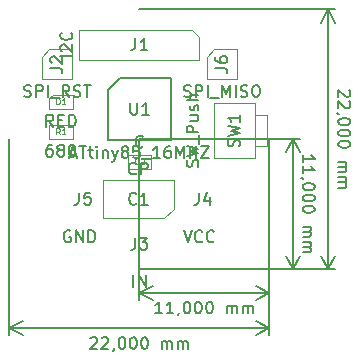
<source format=gbr>
G04 #@! TF.GenerationSoftware,KiCad,Pcbnew,(5.1.5)-3*
G04 #@! TF.CreationDate,2020-03-15T09:51:23+01:00*
G04 #@! TF.ProjectId,Capteur_Hall_I2C,43617074-6575-4725-9f48-616c6c5f4932,0.1*
G04 #@! TF.SameCoordinates,Original*
G04 #@! TF.FileFunction,Other,Fab,Top*
%FSLAX46Y46*%
G04 Gerber Fmt 4.6, Leading zero omitted, Abs format (unit mm)*
G04 Created by KiCad (PCBNEW (5.1.5)-3) date 2020-03-15 09:51:23*
%MOMM*%
%LPD*%
G04 APERTURE LIST*
%ADD10C,0.150000*%
%ADD11C,0.100000*%
%ADD12C,0.080000*%
G04 APERTURE END LIST*
D10*
X170152380Y-98727142D02*
X170200000Y-98774761D01*
X170247619Y-98870000D01*
X170247619Y-99108095D01*
X170200000Y-99203333D01*
X170152380Y-99250952D01*
X170057142Y-99298571D01*
X169961904Y-99298571D01*
X169819047Y-99250952D01*
X169247619Y-98679523D01*
X169247619Y-99298571D01*
X170152380Y-99679523D02*
X170200000Y-99727142D01*
X170247619Y-99822380D01*
X170247619Y-100060476D01*
X170200000Y-100155714D01*
X170152380Y-100203333D01*
X170057142Y-100250952D01*
X169961904Y-100250952D01*
X169819047Y-100203333D01*
X169247619Y-99631904D01*
X169247619Y-100250952D01*
X169295238Y-100727142D02*
X169247619Y-100727142D01*
X169152380Y-100679523D01*
X169104761Y-100631904D01*
X170247619Y-101346190D02*
X170247619Y-101441428D01*
X170200000Y-101536666D01*
X170152380Y-101584285D01*
X170057142Y-101631904D01*
X169866666Y-101679523D01*
X169628571Y-101679523D01*
X169438095Y-101631904D01*
X169342857Y-101584285D01*
X169295238Y-101536666D01*
X169247619Y-101441428D01*
X169247619Y-101346190D01*
X169295238Y-101250952D01*
X169342857Y-101203333D01*
X169438095Y-101155714D01*
X169628571Y-101108095D01*
X169866666Y-101108095D01*
X170057142Y-101155714D01*
X170152380Y-101203333D01*
X170200000Y-101250952D01*
X170247619Y-101346190D01*
X170247619Y-102298571D02*
X170247619Y-102393809D01*
X170200000Y-102489047D01*
X170152380Y-102536666D01*
X170057142Y-102584285D01*
X169866666Y-102631904D01*
X169628571Y-102631904D01*
X169438095Y-102584285D01*
X169342857Y-102536666D01*
X169295238Y-102489047D01*
X169247619Y-102393809D01*
X169247619Y-102298571D01*
X169295238Y-102203333D01*
X169342857Y-102155714D01*
X169438095Y-102108095D01*
X169628571Y-102060476D01*
X169866666Y-102060476D01*
X170057142Y-102108095D01*
X170152380Y-102155714D01*
X170200000Y-102203333D01*
X170247619Y-102298571D01*
X170247619Y-103250952D02*
X170247619Y-103346190D01*
X170200000Y-103441428D01*
X170152380Y-103489047D01*
X170057142Y-103536666D01*
X169866666Y-103584285D01*
X169628571Y-103584285D01*
X169438095Y-103536666D01*
X169342857Y-103489047D01*
X169295238Y-103441428D01*
X169247619Y-103346190D01*
X169247619Y-103250952D01*
X169295238Y-103155714D01*
X169342857Y-103108095D01*
X169438095Y-103060476D01*
X169628571Y-103012857D01*
X169866666Y-103012857D01*
X170057142Y-103060476D01*
X170152380Y-103108095D01*
X170200000Y-103155714D01*
X170247619Y-103250952D01*
X169247619Y-104774761D02*
X169914285Y-104774761D01*
X169819047Y-104774761D02*
X169866666Y-104822380D01*
X169914285Y-104917619D01*
X169914285Y-105060476D01*
X169866666Y-105155714D01*
X169771428Y-105203333D01*
X169247619Y-105203333D01*
X169771428Y-105203333D02*
X169866666Y-105250952D01*
X169914285Y-105346190D01*
X169914285Y-105489047D01*
X169866666Y-105584285D01*
X169771428Y-105631904D01*
X169247619Y-105631904D01*
X169247619Y-106108095D02*
X169914285Y-106108095D01*
X169819047Y-106108095D02*
X169866666Y-106155714D01*
X169914285Y-106250952D01*
X169914285Y-106393809D01*
X169866666Y-106489047D01*
X169771428Y-106536666D01*
X169247619Y-106536666D01*
X169771428Y-106536666D02*
X169866666Y-106584285D01*
X169914285Y-106679523D01*
X169914285Y-106822380D01*
X169866666Y-106917619D01*
X169771428Y-106965238D01*
X169247619Y-106965238D01*
X168400000Y-91870000D02*
X168400000Y-113870000D01*
X152400000Y-91870000D02*
X168986421Y-91870000D01*
X152400000Y-113870000D02*
X168986421Y-113870000D01*
X168400000Y-113870000D02*
X167813579Y-112743496D01*
X168400000Y-113870000D02*
X168986421Y-112743496D01*
X168400000Y-91870000D02*
X167813579Y-92996504D01*
X168400000Y-91870000D02*
X168986421Y-92996504D01*
X166247619Y-104798571D02*
X166247619Y-104227142D01*
X166247619Y-104512857D02*
X167247619Y-104512857D01*
X167104761Y-104417619D01*
X167009523Y-104322380D01*
X166961904Y-104227142D01*
X166247619Y-105750952D02*
X166247619Y-105179523D01*
X166247619Y-105465238D02*
X167247619Y-105465238D01*
X167104761Y-105370000D01*
X167009523Y-105274761D01*
X166961904Y-105179523D01*
X166295238Y-106227142D02*
X166247619Y-106227142D01*
X166152380Y-106179523D01*
X166104761Y-106131904D01*
X167247619Y-106846190D02*
X167247619Y-106941428D01*
X167200000Y-107036666D01*
X167152380Y-107084285D01*
X167057142Y-107131904D01*
X166866666Y-107179523D01*
X166628571Y-107179523D01*
X166438095Y-107131904D01*
X166342857Y-107084285D01*
X166295238Y-107036666D01*
X166247619Y-106941428D01*
X166247619Y-106846190D01*
X166295238Y-106750952D01*
X166342857Y-106703333D01*
X166438095Y-106655714D01*
X166628571Y-106608095D01*
X166866666Y-106608095D01*
X167057142Y-106655714D01*
X167152380Y-106703333D01*
X167200000Y-106750952D01*
X167247619Y-106846190D01*
X167247619Y-107798571D02*
X167247619Y-107893809D01*
X167200000Y-107989047D01*
X167152380Y-108036666D01*
X167057142Y-108084285D01*
X166866666Y-108131904D01*
X166628571Y-108131904D01*
X166438095Y-108084285D01*
X166342857Y-108036666D01*
X166295238Y-107989047D01*
X166247619Y-107893809D01*
X166247619Y-107798571D01*
X166295238Y-107703333D01*
X166342857Y-107655714D01*
X166438095Y-107608095D01*
X166628571Y-107560476D01*
X166866666Y-107560476D01*
X167057142Y-107608095D01*
X167152380Y-107655714D01*
X167200000Y-107703333D01*
X167247619Y-107798571D01*
X167247619Y-108750952D02*
X167247619Y-108846190D01*
X167200000Y-108941428D01*
X167152380Y-108989047D01*
X167057142Y-109036666D01*
X166866666Y-109084285D01*
X166628571Y-109084285D01*
X166438095Y-109036666D01*
X166342857Y-108989047D01*
X166295238Y-108941428D01*
X166247619Y-108846190D01*
X166247619Y-108750952D01*
X166295238Y-108655714D01*
X166342857Y-108608095D01*
X166438095Y-108560476D01*
X166628571Y-108512857D01*
X166866666Y-108512857D01*
X167057142Y-108560476D01*
X167152380Y-108608095D01*
X167200000Y-108655714D01*
X167247619Y-108750952D01*
X166247619Y-110274761D02*
X166914285Y-110274761D01*
X166819047Y-110274761D02*
X166866666Y-110322380D01*
X166914285Y-110417619D01*
X166914285Y-110560476D01*
X166866666Y-110655714D01*
X166771428Y-110703333D01*
X166247619Y-110703333D01*
X166771428Y-110703333D02*
X166866666Y-110750952D01*
X166914285Y-110846190D01*
X166914285Y-110989047D01*
X166866666Y-111084285D01*
X166771428Y-111131904D01*
X166247619Y-111131904D01*
X166247619Y-111608095D02*
X166914285Y-111608095D01*
X166819047Y-111608095D02*
X166866666Y-111655714D01*
X166914285Y-111750952D01*
X166914285Y-111893809D01*
X166866666Y-111989047D01*
X166771428Y-112036666D01*
X166247619Y-112036666D01*
X166771428Y-112036666D02*
X166866666Y-112084285D01*
X166914285Y-112179523D01*
X166914285Y-112322380D01*
X166866666Y-112417619D01*
X166771428Y-112465238D01*
X166247619Y-112465238D01*
X165400000Y-102870000D02*
X165400000Y-113870000D01*
X152400000Y-102870000D02*
X165986421Y-102870000D01*
X152400000Y-113870000D02*
X165986421Y-113870000D01*
X165400000Y-113870000D02*
X164813579Y-112743496D01*
X165400000Y-113870000D02*
X165986421Y-112743496D01*
X165400000Y-102870000D02*
X164813579Y-103996504D01*
X165400000Y-102870000D02*
X165986421Y-103996504D01*
X148257142Y-119717619D02*
X148304761Y-119670000D01*
X148400000Y-119622380D01*
X148638095Y-119622380D01*
X148733333Y-119670000D01*
X148780952Y-119717619D01*
X148828571Y-119812857D01*
X148828571Y-119908095D01*
X148780952Y-120050952D01*
X148209523Y-120622380D01*
X148828571Y-120622380D01*
X149209523Y-119717619D02*
X149257142Y-119670000D01*
X149352380Y-119622380D01*
X149590476Y-119622380D01*
X149685714Y-119670000D01*
X149733333Y-119717619D01*
X149780952Y-119812857D01*
X149780952Y-119908095D01*
X149733333Y-120050952D01*
X149161904Y-120622380D01*
X149780952Y-120622380D01*
X150257142Y-120574761D02*
X150257142Y-120622380D01*
X150209523Y-120717619D01*
X150161904Y-120765238D01*
X150876190Y-119622380D02*
X150971428Y-119622380D01*
X151066666Y-119670000D01*
X151114285Y-119717619D01*
X151161904Y-119812857D01*
X151209523Y-120003333D01*
X151209523Y-120241428D01*
X151161904Y-120431904D01*
X151114285Y-120527142D01*
X151066666Y-120574761D01*
X150971428Y-120622380D01*
X150876190Y-120622380D01*
X150780952Y-120574761D01*
X150733333Y-120527142D01*
X150685714Y-120431904D01*
X150638095Y-120241428D01*
X150638095Y-120003333D01*
X150685714Y-119812857D01*
X150733333Y-119717619D01*
X150780952Y-119670000D01*
X150876190Y-119622380D01*
X151828571Y-119622380D02*
X151923809Y-119622380D01*
X152019047Y-119670000D01*
X152066666Y-119717619D01*
X152114285Y-119812857D01*
X152161904Y-120003333D01*
X152161904Y-120241428D01*
X152114285Y-120431904D01*
X152066666Y-120527142D01*
X152019047Y-120574761D01*
X151923809Y-120622380D01*
X151828571Y-120622380D01*
X151733333Y-120574761D01*
X151685714Y-120527142D01*
X151638095Y-120431904D01*
X151590476Y-120241428D01*
X151590476Y-120003333D01*
X151638095Y-119812857D01*
X151685714Y-119717619D01*
X151733333Y-119670000D01*
X151828571Y-119622380D01*
X152780952Y-119622380D02*
X152876190Y-119622380D01*
X152971428Y-119670000D01*
X153019047Y-119717619D01*
X153066666Y-119812857D01*
X153114285Y-120003333D01*
X153114285Y-120241428D01*
X153066666Y-120431904D01*
X153019047Y-120527142D01*
X152971428Y-120574761D01*
X152876190Y-120622380D01*
X152780952Y-120622380D01*
X152685714Y-120574761D01*
X152638095Y-120527142D01*
X152590476Y-120431904D01*
X152542857Y-120241428D01*
X152542857Y-120003333D01*
X152590476Y-119812857D01*
X152638095Y-119717619D01*
X152685714Y-119670000D01*
X152780952Y-119622380D01*
X154304761Y-120622380D02*
X154304761Y-119955714D01*
X154304761Y-120050952D02*
X154352380Y-120003333D01*
X154447619Y-119955714D01*
X154590476Y-119955714D01*
X154685714Y-120003333D01*
X154733333Y-120098571D01*
X154733333Y-120622380D01*
X154733333Y-120098571D02*
X154780952Y-120003333D01*
X154876190Y-119955714D01*
X155019047Y-119955714D01*
X155114285Y-120003333D01*
X155161904Y-120098571D01*
X155161904Y-120622380D01*
X155638095Y-120622380D02*
X155638095Y-119955714D01*
X155638095Y-120050952D02*
X155685714Y-120003333D01*
X155780952Y-119955714D01*
X155923809Y-119955714D01*
X156019047Y-120003333D01*
X156066666Y-120098571D01*
X156066666Y-120622380D01*
X156066666Y-120098571D02*
X156114285Y-120003333D01*
X156209523Y-119955714D01*
X156352380Y-119955714D01*
X156447619Y-120003333D01*
X156495238Y-120098571D01*
X156495238Y-120622380D01*
X141400000Y-118870000D02*
X163400000Y-118870000D01*
X141400000Y-102870000D02*
X141400000Y-119456421D01*
X163400000Y-102870000D02*
X163400000Y-119456421D01*
X163400000Y-118870000D02*
X162273496Y-119456421D01*
X163400000Y-118870000D02*
X162273496Y-118283579D01*
X141400000Y-118870000D02*
X142526504Y-119456421D01*
X141400000Y-118870000D02*
X142526504Y-118283579D01*
X154328571Y-117622380D02*
X153757142Y-117622380D01*
X154042857Y-117622380D02*
X154042857Y-116622380D01*
X153947619Y-116765238D01*
X153852380Y-116860476D01*
X153757142Y-116908095D01*
X155280952Y-117622380D02*
X154709523Y-117622380D01*
X154995238Y-117622380D02*
X154995238Y-116622380D01*
X154900000Y-116765238D01*
X154804761Y-116860476D01*
X154709523Y-116908095D01*
X155757142Y-117574761D02*
X155757142Y-117622380D01*
X155709523Y-117717619D01*
X155661904Y-117765238D01*
X156376190Y-116622380D02*
X156471428Y-116622380D01*
X156566666Y-116670000D01*
X156614285Y-116717619D01*
X156661904Y-116812857D01*
X156709523Y-117003333D01*
X156709523Y-117241428D01*
X156661904Y-117431904D01*
X156614285Y-117527142D01*
X156566666Y-117574761D01*
X156471428Y-117622380D01*
X156376190Y-117622380D01*
X156280952Y-117574761D01*
X156233333Y-117527142D01*
X156185714Y-117431904D01*
X156138095Y-117241428D01*
X156138095Y-117003333D01*
X156185714Y-116812857D01*
X156233333Y-116717619D01*
X156280952Y-116670000D01*
X156376190Y-116622380D01*
X157328571Y-116622380D02*
X157423809Y-116622380D01*
X157519047Y-116670000D01*
X157566666Y-116717619D01*
X157614285Y-116812857D01*
X157661904Y-117003333D01*
X157661904Y-117241428D01*
X157614285Y-117431904D01*
X157566666Y-117527142D01*
X157519047Y-117574761D01*
X157423809Y-117622380D01*
X157328571Y-117622380D01*
X157233333Y-117574761D01*
X157185714Y-117527142D01*
X157138095Y-117431904D01*
X157090476Y-117241428D01*
X157090476Y-117003333D01*
X157138095Y-116812857D01*
X157185714Y-116717619D01*
X157233333Y-116670000D01*
X157328571Y-116622380D01*
X158280952Y-116622380D02*
X158376190Y-116622380D01*
X158471428Y-116670000D01*
X158519047Y-116717619D01*
X158566666Y-116812857D01*
X158614285Y-117003333D01*
X158614285Y-117241428D01*
X158566666Y-117431904D01*
X158519047Y-117527142D01*
X158471428Y-117574761D01*
X158376190Y-117622380D01*
X158280952Y-117622380D01*
X158185714Y-117574761D01*
X158138095Y-117527142D01*
X158090476Y-117431904D01*
X158042857Y-117241428D01*
X158042857Y-117003333D01*
X158090476Y-116812857D01*
X158138095Y-116717619D01*
X158185714Y-116670000D01*
X158280952Y-116622380D01*
X159804761Y-117622380D02*
X159804761Y-116955714D01*
X159804761Y-117050952D02*
X159852380Y-117003333D01*
X159947619Y-116955714D01*
X160090476Y-116955714D01*
X160185714Y-117003333D01*
X160233333Y-117098571D01*
X160233333Y-117622380D01*
X160233333Y-117098571D02*
X160280952Y-117003333D01*
X160376190Y-116955714D01*
X160519047Y-116955714D01*
X160614285Y-117003333D01*
X160661904Y-117098571D01*
X160661904Y-117622380D01*
X161138095Y-117622380D02*
X161138095Y-116955714D01*
X161138095Y-117050952D02*
X161185714Y-117003333D01*
X161280952Y-116955714D01*
X161423809Y-116955714D01*
X161519047Y-117003333D01*
X161566666Y-117098571D01*
X161566666Y-117622380D01*
X161566666Y-117098571D02*
X161614285Y-117003333D01*
X161709523Y-116955714D01*
X161852380Y-116955714D01*
X161947619Y-117003333D01*
X161995238Y-117098571D01*
X161995238Y-117622380D01*
X152400000Y-115870000D02*
X163400000Y-115870000D01*
X152400000Y-102870000D02*
X152400000Y-116456421D01*
X163400000Y-102870000D02*
X163400000Y-116456421D01*
X163400000Y-115870000D02*
X162273496Y-116456421D01*
X163400000Y-115870000D02*
X162273496Y-115283579D01*
X152400000Y-115870000D02*
X153526504Y-116456421D01*
X152400000Y-115870000D02*
X153526504Y-115283579D01*
D11*
X149322500Y-109550000D02*
X154522500Y-109550000D01*
X154522500Y-109550000D02*
X155322500Y-108750000D01*
X155322500Y-108750000D02*
X155322500Y-106350000D01*
X155322500Y-106350000D02*
X149322500Y-106350000D01*
X149322500Y-106350000D02*
X149322500Y-109550000D01*
X153400000Y-104175000D02*
X153400000Y-105375000D01*
X153400000Y-105375000D02*
X151400000Y-105375000D01*
X151400000Y-105375000D02*
X151400000Y-104175000D01*
X151400000Y-104175000D02*
X153400000Y-104175000D01*
X146747500Y-99095000D02*
X145047500Y-99095000D01*
X145047500Y-99095000D02*
X144747500Y-99395000D01*
X144747500Y-99395000D02*
X144747500Y-100295000D01*
X144747500Y-100295000D02*
X146747500Y-100295000D01*
X146747500Y-100295000D02*
X146747500Y-99095000D01*
X157480000Y-94235000D02*
X157480000Y-96140000D01*
X157480000Y-96140000D02*
X147320000Y-96140000D01*
X147320000Y-96140000D02*
X147320000Y-93600000D01*
X147320000Y-93600000D02*
X156845000Y-93600000D01*
X156845000Y-93600000D02*
X157480000Y-94235000D01*
X144747500Y-102835000D02*
X144747500Y-101635000D01*
X144747500Y-101635000D02*
X146747500Y-101635000D01*
X146747500Y-101635000D02*
X146747500Y-102835000D01*
X146747500Y-102835000D02*
X144747500Y-102835000D01*
D10*
X150750000Y-97680000D02*
X155050000Y-97680000D01*
X155050000Y-97680000D02*
X155050000Y-102980000D01*
X155050000Y-102980000D02*
X149750000Y-102980000D01*
X149750000Y-102980000D02*
X149750000Y-98680000D01*
X149750000Y-98680000D02*
X150750000Y-97680000D01*
D11*
X144780000Y-95250000D02*
X146685000Y-95250000D01*
X146685000Y-95250000D02*
X146685000Y-97790000D01*
X146685000Y-97790000D02*
X144145000Y-97790000D01*
X144145000Y-97790000D02*
X144145000Y-95885000D01*
X144145000Y-95885000D02*
X144780000Y-95250000D01*
X163190000Y-100850000D02*
X162190000Y-100850000D01*
X163190000Y-103450000D02*
X162190000Y-103450000D01*
X163190000Y-103450000D02*
X163190000Y-100850000D01*
X158690000Y-104500000D02*
X162190000Y-104500000D01*
X158690000Y-99800000D02*
X162190000Y-99800000D01*
X162190000Y-104500000D02*
X162190000Y-99800000D01*
X158690000Y-104500000D02*
X158690000Y-99800000D01*
X158750000Y-95250000D02*
X160655000Y-95250000D01*
X160655000Y-95250000D02*
X160655000Y-97790000D01*
X160655000Y-97790000D02*
X158115000Y-97790000D01*
X158115000Y-97790000D02*
X158115000Y-95885000D01*
X158115000Y-95885000D02*
X158750000Y-95250000D01*
D10*
X151876190Y-115412380D02*
X151876190Y-114412380D01*
X152352380Y-115412380D02*
X152352380Y-114412380D01*
X152923809Y-115412380D01*
X152923809Y-114412380D01*
X152066666Y-111212380D02*
X152066666Y-111926666D01*
X152019047Y-112069523D01*
X151923809Y-112164761D01*
X151780952Y-112212380D01*
X151685714Y-112212380D01*
X152447619Y-111212380D02*
X153066666Y-111212380D01*
X152733333Y-111593333D01*
X152876190Y-111593333D01*
X152971428Y-111640952D01*
X153019047Y-111688571D01*
X153066666Y-111783809D01*
X153066666Y-112021904D01*
X153019047Y-112117142D01*
X152971428Y-112164761D01*
X152876190Y-112212380D01*
X152590476Y-112212380D01*
X152495238Y-112164761D01*
X152447619Y-112117142D01*
X156146666Y-110602380D02*
X156480000Y-111602380D01*
X156813333Y-110602380D01*
X157718095Y-111507142D02*
X157670476Y-111554761D01*
X157527619Y-111602380D01*
X157432380Y-111602380D01*
X157289523Y-111554761D01*
X157194285Y-111459523D01*
X157146666Y-111364285D01*
X157099047Y-111173809D01*
X157099047Y-111030952D01*
X157146666Y-110840476D01*
X157194285Y-110745238D01*
X157289523Y-110650000D01*
X157432380Y-110602380D01*
X157527619Y-110602380D01*
X157670476Y-110650000D01*
X157718095Y-110697619D01*
X158718095Y-111507142D02*
X158670476Y-111554761D01*
X158527619Y-111602380D01*
X158432380Y-111602380D01*
X158289523Y-111554761D01*
X158194285Y-111459523D01*
X158146666Y-111364285D01*
X158099047Y-111173809D01*
X158099047Y-111030952D01*
X158146666Y-110840476D01*
X158194285Y-110745238D01*
X158289523Y-110650000D01*
X158432380Y-110602380D01*
X158527619Y-110602380D01*
X158670476Y-110650000D01*
X158718095Y-110697619D01*
X157446666Y-107402380D02*
X157446666Y-108116666D01*
X157399047Y-108259523D01*
X157303809Y-108354761D01*
X157160952Y-108402380D01*
X157065714Y-108402380D01*
X158351428Y-107735714D02*
X158351428Y-108402380D01*
X158113333Y-107354761D02*
X157875238Y-108069047D01*
X158494285Y-108069047D01*
X146558095Y-110650000D02*
X146462857Y-110602380D01*
X146320000Y-110602380D01*
X146177142Y-110650000D01*
X146081904Y-110745238D01*
X146034285Y-110840476D01*
X145986666Y-111030952D01*
X145986666Y-111173809D01*
X146034285Y-111364285D01*
X146081904Y-111459523D01*
X146177142Y-111554761D01*
X146320000Y-111602380D01*
X146415238Y-111602380D01*
X146558095Y-111554761D01*
X146605714Y-111507142D01*
X146605714Y-111173809D01*
X146415238Y-111173809D01*
X147034285Y-111602380D02*
X147034285Y-110602380D01*
X147605714Y-111602380D01*
X147605714Y-110602380D01*
X148081904Y-111602380D02*
X148081904Y-110602380D01*
X148320000Y-110602380D01*
X148462857Y-110650000D01*
X148558095Y-110745238D01*
X148605714Y-110840476D01*
X148653333Y-111030952D01*
X148653333Y-111173809D01*
X148605714Y-111364285D01*
X148558095Y-111459523D01*
X148462857Y-111554761D01*
X148320000Y-111602380D01*
X148081904Y-111602380D01*
X147286666Y-107402380D02*
X147286666Y-108116666D01*
X147239047Y-108259523D01*
X147143809Y-108354761D01*
X147000952Y-108402380D01*
X146905714Y-108402380D01*
X148239047Y-107402380D02*
X147762857Y-107402380D01*
X147715238Y-107878571D01*
X147762857Y-107830952D01*
X147858095Y-107783333D01*
X148096190Y-107783333D01*
X148191428Y-107830952D01*
X148239047Y-107878571D01*
X148286666Y-107973809D01*
X148286666Y-108211904D01*
X148239047Y-108307142D01*
X148191428Y-108354761D01*
X148096190Y-108402380D01*
X147858095Y-108402380D01*
X147762857Y-108354761D01*
X147715238Y-108307142D01*
X152132023Y-105757142D02*
X152084404Y-105804761D01*
X151941547Y-105852380D01*
X151846309Y-105852380D01*
X151703452Y-105804761D01*
X151608214Y-105709523D01*
X151560595Y-105614285D01*
X151512976Y-105423809D01*
X151512976Y-105280952D01*
X151560595Y-105090476D01*
X151608214Y-104995238D01*
X151703452Y-104900000D01*
X151846309Y-104852380D01*
X151941547Y-104852380D01*
X152084404Y-104900000D01*
X152132023Y-104947619D01*
X152560595Y-105852380D02*
X152560595Y-104852380D01*
X152941547Y-104852380D01*
X153036785Y-104900000D01*
X153084404Y-104947619D01*
X153132023Y-105042857D01*
X153132023Y-105185714D01*
X153084404Y-105280952D01*
X153036785Y-105328571D01*
X152941547Y-105376190D01*
X152560595Y-105376190D01*
X152155833Y-108307142D02*
X152108214Y-108354761D01*
X151965357Y-108402380D01*
X151870119Y-108402380D01*
X151727261Y-108354761D01*
X151632023Y-108259523D01*
X151584404Y-108164285D01*
X151536785Y-107973809D01*
X151536785Y-107830952D01*
X151584404Y-107640476D01*
X151632023Y-107545238D01*
X151727261Y-107450000D01*
X151870119Y-107402380D01*
X151965357Y-107402380D01*
X152108214Y-107450000D01*
X152155833Y-107497619D01*
X153108214Y-108402380D02*
X152536785Y-108402380D01*
X152822500Y-108402380D02*
X152822500Y-107402380D01*
X152727261Y-107545238D01*
X152632023Y-107640476D01*
X152536785Y-107688095D01*
X152709523Y-103482142D02*
X152661904Y-103529761D01*
X152519047Y-103577380D01*
X152423809Y-103577380D01*
X152280952Y-103529761D01*
X152185714Y-103434523D01*
X152138095Y-103339285D01*
X152090476Y-103148809D01*
X152090476Y-103005952D01*
X152138095Y-102815476D01*
X152185714Y-102720238D01*
X152280952Y-102625000D01*
X152423809Y-102577380D01*
X152519047Y-102577380D01*
X152661904Y-102625000D01*
X152709523Y-102672619D01*
D12*
X152316666Y-104953571D02*
X152292857Y-104977380D01*
X152221428Y-105001190D01*
X152173809Y-105001190D01*
X152102380Y-104977380D01*
X152054761Y-104929761D01*
X152030952Y-104882142D01*
X152007142Y-104786904D01*
X152007142Y-104715476D01*
X152030952Y-104620238D01*
X152054761Y-104572619D01*
X152102380Y-104525000D01*
X152173809Y-104501190D01*
X152221428Y-104501190D01*
X152292857Y-104525000D01*
X152316666Y-104548809D01*
X152507142Y-104548809D02*
X152530952Y-104525000D01*
X152578571Y-104501190D01*
X152697619Y-104501190D01*
X152745238Y-104525000D01*
X152769047Y-104548809D01*
X152792857Y-104596428D01*
X152792857Y-104644047D01*
X152769047Y-104715476D01*
X152483333Y-105001190D01*
X152792857Y-105001190D01*
D10*
X145104642Y-101797380D02*
X144771309Y-101321190D01*
X144533214Y-101797380D02*
X144533214Y-100797380D01*
X144914166Y-100797380D01*
X145009404Y-100845000D01*
X145057023Y-100892619D01*
X145104642Y-100987857D01*
X145104642Y-101130714D01*
X145057023Y-101225952D01*
X145009404Y-101273571D01*
X144914166Y-101321190D01*
X144533214Y-101321190D01*
X145533214Y-101273571D02*
X145866547Y-101273571D01*
X146009404Y-101797380D02*
X145533214Y-101797380D01*
X145533214Y-100797380D01*
X146009404Y-100797380D01*
X146437976Y-101797380D02*
X146437976Y-100797380D01*
X146676071Y-100797380D01*
X146818928Y-100845000D01*
X146914166Y-100940238D01*
X146961785Y-101035476D01*
X147009404Y-101225952D01*
X147009404Y-101368809D01*
X146961785Y-101559285D01*
X146914166Y-101654523D01*
X146818928Y-101749761D01*
X146676071Y-101797380D01*
X146437976Y-101797380D01*
D12*
X145378452Y-99921190D02*
X145378452Y-99421190D01*
X145497500Y-99421190D01*
X145568928Y-99445000D01*
X145616547Y-99492619D01*
X145640357Y-99540238D01*
X145664166Y-99635476D01*
X145664166Y-99706904D01*
X145640357Y-99802142D01*
X145616547Y-99849761D01*
X145568928Y-99897380D01*
X145497500Y-99921190D01*
X145378452Y-99921190D01*
X146140357Y-99921190D02*
X145854642Y-99921190D01*
X145997500Y-99921190D02*
X145997500Y-99421190D01*
X145949880Y-99492619D01*
X145902261Y-99540238D01*
X145854642Y-99564047D01*
D10*
X146712380Y-95846190D02*
X145712380Y-95846190D01*
X145807619Y-95417619D02*
X145760000Y-95370000D01*
X145712380Y-95274761D01*
X145712380Y-95036666D01*
X145760000Y-94941428D01*
X145807619Y-94893809D01*
X145902857Y-94846190D01*
X145998095Y-94846190D01*
X146140952Y-94893809D01*
X146712380Y-95465238D01*
X146712380Y-94846190D01*
X146617142Y-93846190D02*
X146664761Y-93893809D01*
X146712380Y-94036666D01*
X146712380Y-94131904D01*
X146664761Y-94274761D01*
X146569523Y-94370000D01*
X146474285Y-94417619D01*
X146283809Y-94465238D01*
X146140952Y-94465238D01*
X145950476Y-94417619D01*
X145855238Y-94370000D01*
X145760000Y-94274761D01*
X145712380Y-94131904D01*
X145712380Y-94036666D01*
X145760000Y-93893809D01*
X145807619Y-93846190D01*
X152066666Y-94322380D02*
X152066666Y-95036666D01*
X152019047Y-95179523D01*
X151923809Y-95274761D01*
X151780952Y-95322380D01*
X151685714Y-95322380D01*
X153066666Y-95322380D02*
X152495238Y-95322380D01*
X152780952Y-95322380D02*
X152780952Y-94322380D01*
X152685714Y-94465238D01*
X152590476Y-94560476D01*
X152495238Y-94608095D01*
X144985595Y-103337380D02*
X144795119Y-103337380D01*
X144699880Y-103385000D01*
X144652261Y-103432619D01*
X144557023Y-103575476D01*
X144509404Y-103765952D01*
X144509404Y-104146904D01*
X144557023Y-104242142D01*
X144604642Y-104289761D01*
X144699880Y-104337380D01*
X144890357Y-104337380D01*
X144985595Y-104289761D01*
X145033214Y-104242142D01*
X145080833Y-104146904D01*
X145080833Y-103908809D01*
X145033214Y-103813571D01*
X144985595Y-103765952D01*
X144890357Y-103718333D01*
X144699880Y-103718333D01*
X144604642Y-103765952D01*
X144557023Y-103813571D01*
X144509404Y-103908809D01*
X145652261Y-103765952D02*
X145557023Y-103718333D01*
X145509404Y-103670714D01*
X145461785Y-103575476D01*
X145461785Y-103527857D01*
X145509404Y-103432619D01*
X145557023Y-103385000D01*
X145652261Y-103337380D01*
X145842738Y-103337380D01*
X145937976Y-103385000D01*
X145985595Y-103432619D01*
X146033214Y-103527857D01*
X146033214Y-103575476D01*
X145985595Y-103670714D01*
X145937976Y-103718333D01*
X145842738Y-103765952D01*
X145652261Y-103765952D01*
X145557023Y-103813571D01*
X145509404Y-103861190D01*
X145461785Y-103956428D01*
X145461785Y-104146904D01*
X145509404Y-104242142D01*
X145557023Y-104289761D01*
X145652261Y-104337380D01*
X145842738Y-104337380D01*
X145937976Y-104289761D01*
X145985595Y-104242142D01*
X146033214Y-104146904D01*
X146033214Y-103956428D01*
X145985595Y-103861190D01*
X145937976Y-103813571D01*
X145842738Y-103765952D01*
X146652261Y-103337380D02*
X146747500Y-103337380D01*
X146842738Y-103385000D01*
X146890357Y-103432619D01*
X146937976Y-103527857D01*
X146985595Y-103718333D01*
X146985595Y-103956428D01*
X146937976Y-104146904D01*
X146890357Y-104242142D01*
X146842738Y-104289761D01*
X146747500Y-104337380D01*
X146652261Y-104337380D01*
X146557023Y-104289761D01*
X146509404Y-104242142D01*
X146461785Y-104146904D01*
X146414166Y-103956428D01*
X146414166Y-103718333D01*
X146461785Y-103527857D01*
X146509404Y-103432619D01*
X146557023Y-103385000D01*
X146652261Y-103337380D01*
D12*
X145664166Y-102461190D02*
X145497500Y-102223095D01*
X145378452Y-102461190D02*
X145378452Y-101961190D01*
X145568928Y-101961190D01*
X145616547Y-101985000D01*
X145640357Y-102008809D01*
X145664166Y-102056428D01*
X145664166Y-102127857D01*
X145640357Y-102175476D01*
X145616547Y-102199285D01*
X145568928Y-102223095D01*
X145378452Y-102223095D01*
X146140357Y-102461190D02*
X145854642Y-102461190D01*
X145997500Y-102461190D02*
X145997500Y-101961190D01*
X145949880Y-102032619D01*
X145902261Y-102080238D01*
X145854642Y-102104047D01*
D10*
X146566666Y-104176666D02*
X147042857Y-104176666D01*
X146471428Y-104462380D02*
X146804761Y-103462380D01*
X147138095Y-104462380D01*
X147328571Y-103462380D02*
X147900000Y-103462380D01*
X147614285Y-104462380D02*
X147614285Y-103462380D01*
X148090476Y-103795714D02*
X148471428Y-103795714D01*
X148233333Y-103462380D02*
X148233333Y-104319523D01*
X148280952Y-104414761D01*
X148376190Y-104462380D01*
X148471428Y-104462380D01*
X148804761Y-104462380D02*
X148804761Y-103795714D01*
X148804761Y-103462380D02*
X148757142Y-103510000D01*
X148804761Y-103557619D01*
X148852380Y-103510000D01*
X148804761Y-103462380D01*
X148804761Y-103557619D01*
X149280952Y-103795714D02*
X149280952Y-104462380D01*
X149280952Y-103890952D02*
X149328571Y-103843333D01*
X149423809Y-103795714D01*
X149566666Y-103795714D01*
X149661904Y-103843333D01*
X149709523Y-103938571D01*
X149709523Y-104462380D01*
X150090476Y-103795714D02*
X150328571Y-104462380D01*
X150566666Y-103795714D02*
X150328571Y-104462380D01*
X150233333Y-104700476D01*
X150185714Y-104748095D01*
X150090476Y-104795714D01*
X151090476Y-103890952D02*
X150995238Y-103843333D01*
X150947619Y-103795714D01*
X150900000Y-103700476D01*
X150900000Y-103652857D01*
X150947619Y-103557619D01*
X150995238Y-103510000D01*
X151090476Y-103462380D01*
X151280952Y-103462380D01*
X151376190Y-103510000D01*
X151423809Y-103557619D01*
X151471428Y-103652857D01*
X151471428Y-103700476D01*
X151423809Y-103795714D01*
X151376190Y-103843333D01*
X151280952Y-103890952D01*
X151090476Y-103890952D01*
X150995238Y-103938571D01*
X150947619Y-103986190D01*
X150900000Y-104081428D01*
X150900000Y-104271904D01*
X150947619Y-104367142D01*
X150995238Y-104414761D01*
X151090476Y-104462380D01*
X151280952Y-104462380D01*
X151376190Y-104414761D01*
X151423809Y-104367142D01*
X151471428Y-104271904D01*
X151471428Y-104081428D01*
X151423809Y-103986190D01*
X151376190Y-103938571D01*
X151280952Y-103890952D01*
X152376190Y-103462380D02*
X151900000Y-103462380D01*
X151852380Y-103938571D01*
X151900000Y-103890952D01*
X151995238Y-103843333D01*
X152233333Y-103843333D01*
X152328571Y-103890952D01*
X152376190Y-103938571D01*
X152423809Y-104033809D01*
X152423809Y-104271904D01*
X152376190Y-104367142D01*
X152328571Y-104414761D01*
X152233333Y-104462380D01*
X151995238Y-104462380D01*
X151900000Y-104414761D01*
X151852380Y-104367142D01*
X152614285Y-104557619D02*
X153376190Y-104557619D01*
X154138095Y-104462380D02*
X153566666Y-104462380D01*
X153852380Y-104462380D02*
X153852380Y-103462380D01*
X153757142Y-103605238D01*
X153661904Y-103700476D01*
X153566666Y-103748095D01*
X154995238Y-103462380D02*
X154804761Y-103462380D01*
X154709523Y-103510000D01*
X154661904Y-103557619D01*
X154566666Y-103700476D01*
X154519047Y-103890952D01*
X154519047Y-104271904D01*
X154566666Y-104367142D01*
X154614285Y-104414761D01*
X154709523Y-104462380D01*
X154900000Y-104462380D01*
X154995238Y-104414761D01*
X155042857Y-104367142D01*
X155090476Y-104271904D01*
X155090476Y-104033809D01*
X155042857Y-103938571D01*
X154995238Y-103890952D01*
X154900000Y-103843333D01*
X154709523Y-103843333D01*
X154614285Y-103890952D01*
X154566666Y-103938571D01*
X154519047Y-104033809D01*
X155519047Y-104462380D02*
X155519047Y-103462380D01*
X155852380Y-104176666D01*
X156185714Y-103462380D01*
X156185714Y-104462380D01*
X156661904Y-104462380D02*
X156661904Y-103462380D01*
X156661904Y-103938571D02*
X157233333Y-103938571D01*
X157233333Y-104462380D02*
X157233333Y-103462380D01*
X157614285Y-103462380D02*
X158280952Y-103462380D01*
X157614285Y-104462380D01*
X158280952Y-104462380D01*
X151638095Y-99782380D02*
X151638095Y-100591904D01*
X151685714Y-100687142D01*
X151733333Y-100734761D01*
X151828571Y-100782380D01*
X152019047Y-100782380D01*
X152114285Y-100734761D01*
X152161904Y-100687142D01*
X152209523Y-100591904D01*
X152209523Y-99782380D01*
X153209523Y-100782380D02*
X152638095Y-100782380D01*
X152923809Y-100782380D02*
X152923809Y-99782380D01*
X152828571Y-99925238D01*
X152733333Y-100020476D01*
X152638095Y-100068095D01*
X142653095Y-99254761D02*
X142795952Y-99302380D01*
X143034047Y-99302380D01*
X143129285Y-99254761D01*
X143176904Y-99207142D01*
X143224523Y-99111904D01*
X143224523Y-99016666D01*
X143176904Y-98921428D01*
X143129285Y-98873809D01*
X143034047Y-98826190D01*
X142843571Y-98778571D01*
X142748333Y-98730952D01*
X142700714Y-98683333D01*
X142653095Y-98588095D01*
X142653095Y-98492857D01*
X142700714Y-98397619D01*
X142748333Y-98350000D01*
X142843571Y-98302380D01*
X143081666Y-98302380D01*
X143224523Y-98350000D01*
X143653095Y-99302380D02*
X143653095Y-98302380D01*
X144034047Y-98302380D01*
X144129285Y-98350000D01*
X144176904Y-98397619D01*
X144224523Y-98492857D01*
X144224523Y-98635714D01*
X144176904Y-98730952D01*
X144129285Y-98778571D01*
X144034047Y-98826190D01*
X143653095Y-98826190D01*
X144653095Y-99302380D02*
X144653095Y-98302380D01*
X144891190Y-99397619D02*
X145653095Y-99397619D01*
X146462619Y-99302380D02*
X146129285Y-98826190D01*
X145891190Y-99302380D02*
X145891190Y-98302380D01*
X146272142Y-98302380D01*
X146367380Y-98350000D01*
X146415000Y-98397619D01*
X146462619Y-98492857D01*
X146462619Y-98635714D01*
X146415000Y-98730952D01*
X146367380Y-98778571D01*
X146272142Y-98826190D01*
X145891190Y-98826190D01*
X146843571Y-99254761D02*
X146986428Y-99302380D01*
X147224523Y-99302380D01*
X147319761Y-99254761D01*
X147367380Y-99207142D01*
X147415000Y-99111904D01*
X147415000Y-99016666D01*
X147367380Y-98921428D01*
X147319761Y-98873809D01*
X147224523Y-98826190D01*
X147034047Y-98778571D01*
X146938809Y-98730952D01*
X146891190Y-98683333D01*
X146843571Y-98588095D01*
X146843571Y-98492857D01*
X146891190Y-98397619D01*
X146938809Y-98350000D01*
X147034047Y-98302380D01*
X147272142Y-98302380D01*
X147415000Y-98350000D01*
X147700714Y-98302380D02*
X148272142Y-98302380D01*
X147986428Y-99302380D02*
X147986428Y-98302380D01*
X144867380Y-96853333D02*
X145581666Y-96853333D01*
X145724523Y-96900952D01*
X145819761Y-96996190D01*
X145867380Y-97139047D01*
X145867380Y-97234285D01*
X144962619Y-96424761D02*
X144915000Y-96377142D01*
X144867380Y-96281904D01*
X144867380Y-96043809D01*
X144915000Y-95948571D01*
X144962619Y-95900952D01*
X145057857Y-95853333D01*
X145153095Y-95853333D01*
X145295952Y-95900952D01*
X145867380Y-96472380D01*
X145867380Y-95853333D01*
X157344761Y-105197619D02*
X157392380Y-105054761D01*
X157392380Y-104816666D01*
X157344761Y-104721428D01*
X157297142Y-104673809D01*
X157201904Y-104626190D01*
X157106666Y-104626190D01*
X157011428Y-104673809D01*
X156963809Y-104721428D01*
X156916190Y-104816666D01*
X156868571Y-105007142D01*
X156820952Y-105102380D01*
X156773333Y-105150000D01*
X156678095Y-105197619D01*
X156582857Y-105197619D01*
X156487619Y-105150000D01*
X156440000Y-105102380D01*
X156392380Y-105007142D01*
X156392380Y-104769047D01*
X156440000Y-104626190D01*
X156392380Y-104292857D02*
X157392380Y-104054761D01*
X156678095Y-103864285D01*
X157392380Y-103673809D01*
X156392380Y-103435714D01*
X157487619Y-103292857D02*
X157487619Y-102530952D01*
X157392380Y-102292857D02*
X156392380Y-102292857D01*
X156392380Y-101911904D01*
X156440000Y-101816666D01*
X156487619Y-101769047D01*
X156582857Y-101721428D01*
X156725714Y-101721428D01*
X156820952Y-101769047D01*
X156868571Y-101816666D01*
X156916190Y-101911904D01*
X156916190Y-102292857D01*
X156725714Y-100864285D02*
X157392380Y-100864285D01*
X156725714Y-101292857D02*
X157249523Y-101292857D01*
X157344761Y-101245238D01*
X157392380Y-101150000D01*
X157392380Y-101007142D01*
X157344761Y-100911904D01*
X157297142Y-100864285D01*
X157344761Y-100435714D02*
X157392380Y-100340476D01*
X157392380Y-100150000D01*
X157344761Y-100054761D01*
X157249523Y-100007142D01*
X157201904Y-100007142D01*
X157106666Y-100054761D01*
X157059047Y-100150000D01*
X157059047Y-100292857D01*
X157011428Y-100388095D01*
X156916190Y-100435714D01*
X156868571Y-100435714D01*
X156773333Y-100388095D01*
X156725714Y-100292857D01*
X156725714Y-100150000D01*
X156773333Y-100054761D01*
X157392380Y-99578571D02*
X156392380Y-99578571D01*
X157392380Y-99150000D02*
X156868571Y-99150000D01*
X156773333Y-99197619D01*
X156725714Y-99292857D01*
X156725714Y-99435714D01*
X156773333Y-99530952D01*
X156820952Y-99578571D01*
X160844761Y-103483333D02*
X160892380Y-103340476D01*
X160892380Y-103102380D01*
X160844761Y-103007142D01*
X160797142Y-102959523D01*
X160701904Y-102911904D01*
X160606666Y-102911904D01*
X160511428Y-102959523D01*
X160463809Y-103007142D01*
X160416190Y-103102380D01*
X160368571Y-103292857D01*
X160320952Y-103388095D01*
X160273333Y-103435714D01*
X160178095Y-103483333D01*
X160082857Y-103483333D01*
X159987619Y-103435714D01*
X159940000Y-103388095D01*
X159892380Y-103292857D01*
X159892380Y-103054761D01*
X159940000Y-102911904D01*
X159892380Y-102578571D02*
X160892380Y-102340476D01*
X160178095Y-102150000D01*
X160892380Y-101959523D01*
X159892380Y-101721428D01*
X160892380Y-100816666D02*
X160892380Y-101388095D01*
X160892380Y-101102380D02*
X159892380Y-101102380D01*
X160035238Y-101197619D01*
X160130476Y-101292857D01*
X160178095Y-101388095D01*
X156170714Y-99254761D02*
X156313571Y-99302380D01*
X156551666Y-99302380D01*
X156646904Y-99254761D01*
X156694523Y-99207142D01*
X156742142Y-99111904D01*
X156742142Y-99016666D01*
X156694523Y-98921428D01*
X156646904Y-98873809D01*
X156551666Y-98826190D01*
X156361190Y-98778571D01*
X156265952Y-98730952D01*
X156218333Y-98683333D01*
X156170714Y-98588095D01*
X156170714Y-98492857D01*
X156218333Y-98397619D01*
X156265952Y-98350000D01*
X156361190Y-98302380D01*
X156599285Y-98302380D01*
X156742142Y-98350000D01*
X157170714Y-99302380D02*
X157170714Y-98302380D01*
X157551666Y-98302380D01*
X157646904Y-98350000D01*
X157694523Y-98397619D01*
X157742142Y-98492857D01*
X157742142Y-98635714D01*
X157694523Y-98730952D01*
X157646904Y-98778571D01*
X157551666Y-98826190D01*
X157170714Y-98826190D01*
X158170714Y-99302380D02*
X158170714Y-98302380D01*
X158408809Y-99397619D02*
X159170714Y-99397619D01*
X159408809Y-99302380D02*
X159408809Y-98302380D01*
X159742142Y-99016666D01*
X160075476Y-98302380D01*
X160075476Y-99302380D01*
X160551666Y-99302380D02*
X160551666Y-98302380D01*
X160980238Y-99254761D02*
X161123095Y-99302380D01*
X161361190Y-99302380D01*
X161456428Y-99254761D01*
X161504047Y-99207142D01*
X161551666Y-99111904D01*
X161551666Y-99016666D01*
X161504047Y-98921428D01*
X161456428Y-98873809D01*
X161361190Y-98826190D01*
X161170714Y-98778571D01*
X161075476Y-98730952D01*
X161027857Y-98683333D01*
X160980238Y-98588095D01*
X160980238Y-98492857D01*
X161027857Y-98397619D01*
X161075476Y-98350000D01*
X161170714Y-98302380D01*
X161408809Y-98302380D01*
X161551666Y-98350000D01*
X162170714Y-98302380D02*
X162361190Y-98302380D01*
X162456428Y-98350000D01*
X162551666Y-98445238D01*
X162599285Y-98635714D01*
X162599285Y-98969047D01*
X162551666Y-99159523D01*
X162456428Y-99254761D01*
X162361190Y-99302380D01*
X162170714Y-99302380D01*
X162075476Y-99254761D01*
X161980238Y-99159523D01*
X161932619Y-98969047D01*
X161932619Y-98635714D01*
X161980238Y-98445238D01*
X162075476Y-98350000D01*
X162170714Y-98302380D01*
X158837380Y-96853333D02*
X159551666Y-96853333D01*
X159694523Y-96900952D01*
X159789761Y-96996190D01*
X159837380Y-97139047D01*
X159837380Y-97234285D01*
X158837380Y-95948571D02*
X158837380Y-96139047D01*
X158885000Y-96234285D01*
X158932619Y-96281904D01*
X159075476Y-96377142D01*
X159265952Y-96424761D01*
X159646904Y-96424761D01*
X159742142Y-96377142D01*
X159789761Y-96329523D01*
X159837380Y-96234285D01*
X159837380Y-96043809D01*
X159789761Y-95948571D01*
X159742142Y-95900952D01*
X159646904Y-95853333D01*
X159408809Y-95853333D01*
X159313571Y-95900952D01*
X159265952Y-95948571D01*
X159218333Y-96043809D01*
X159218333Y-96234285D01*
X159265952Y-96329523D01*
X159313571Y-96377142D01*
X159408809Y-96424761D01*
M02*

</source>
